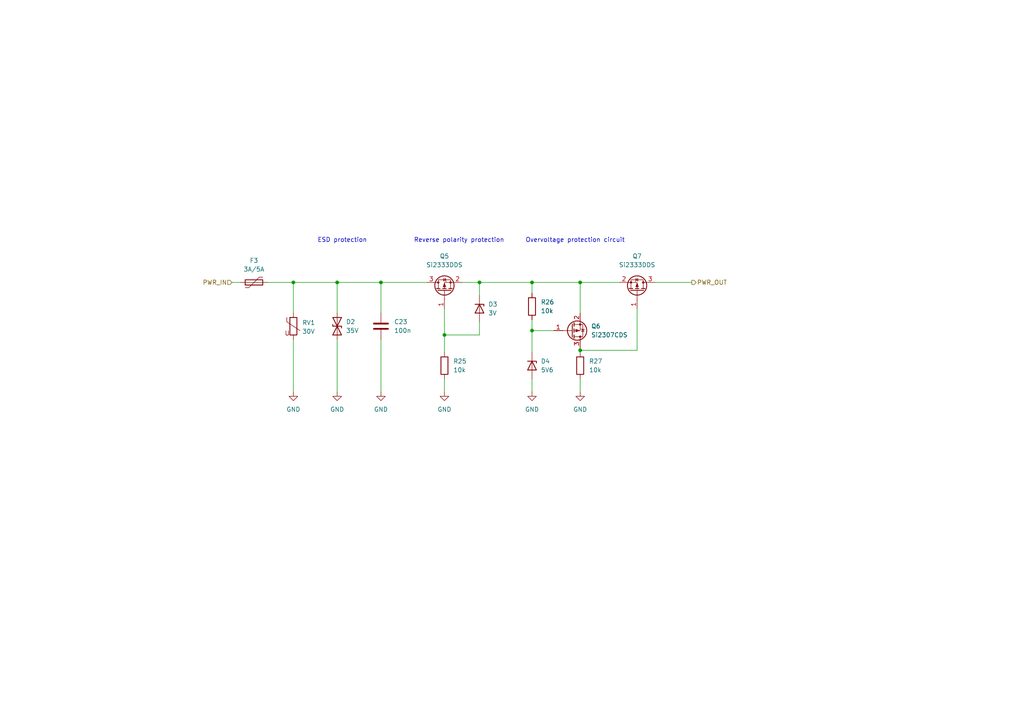
<source format=kicad_sch>
(kicad_sch (version 20230121) (generator eeschema)
  (paper "A4")
  (title_block (title "Laser controller board (Project Sheet)") (date "2023-03-25") (rev "R2.0") (company "Designed by Márk Mihalik"))
  (lib_symbols
    (symbol "Device:C" (pin_numbers hide) (pin_names (offset 0.254))
      (property "Reference" "C" (at 0.635 2.54 0))
      (property "Value" "C" (at 0.635 -2.54 0))
      (symbol "C_0_1"
        (polyline (pts (xy -2.032 -0.762) (xy 2.032 -0.762)) (stroke (width 0.508)))
        (polyline (pts (xy -2.032 0.762) (xy 2.032 0.762)) (stroke (width 0.508)))
      )
      (symbol "C_1_1"
        (pin passive line (at 0 3.81 270) (length 2.794) (name "~") (number "1"))
        (pin passive line (at 0 -3.81 90) (length 2.794) (name "~") (number "2"))
      )
    )
    (symbol "Device:D_TVS" (pin_numbers hide) (pin_names (offset 1.016) hide)
      (property "Reference" "D" (at 0 2.54 0))
      (property "Value" "D_TVS" (at 0 -2.54 0))
      (symbol "D_TVS_0_1"
        (polyline (pts (xy 1.27 0) (xy -1.27 0)))
        (polyline (pts (xy 0.508 1.27) (xy 0 1.27) (xy 0 -1.27) (xy -0.508 -1.27)) (stroke (width 0.254)))
        (polyline (pts (xy -2.54 1.27) (xy -2.54 -1.27) (xy 2.54 1.27) (xy 2.54 -1.27) (xy -2.54 1.27)) (stroke (width 0.254)))
      )
      (symbol "D_TVS_1_1"
        (pin passive line (at -3.81 0 0) (length 2.54) (name "A1") (number "1"))
        (pin passive line (at 3.81 0 180) (length 2.54) (name "A2") (number "2"))
      )
    )
    (symbol "Device:D_Zener" (pin_numbers hide) (pin_names (offset 1.016) hide)
      (property "Reference" "D" (at 0 2.54 0))
      (property "Value" "D_Zener" (at 0 -2.54 0))
      (symbol "D_Zener_0_1"
        (polyline (pts (xy 1.27 0) (xy -1.27 0)))
        (polyline (pts (xy -1.27 -1.27) (xy -1.27 1.27) (xy -0.762 1.27)) (stroke (width 0.254)))
        (polyline (pts (xy 1.27 -1.27) (xy 1.27 1.27) (xy -1.27 0) (xy 1.27 -1.27)) (stroke (width 0.254)))
      )
      (symbol "D_Zener_1_1"
        (pin passive line (at -3.81 0 0) (length 2.54) (name "K") (number "1"))
        (pin passive line (at 3.81 0 180) (length 2.54) (name "A") (number "2"))
      )
    )
    (symbol "Device:Polyfuse" (pin_numbers hide) (pin_names (offset 0))
      (property "Reference" "F" (at -2.54 0 90))
      (property "Value" "Polyfuse" (at 2.54 0 90))
      (symbol "Polyfuse_0_1"
        (rectangle (start -0.762 2.54) (end 0.762 -2.54) (stroke (width 0.254)))
        (polyline (pts (xy 0 2.54) (xy 0 -2.54)))
        (polyline (pts (xy -1.524 2.54) (xy -1.524 1.524) (xy 1.524 -1.524) (xy 1.524 -2.54)))
      )
      (symbol "Polyfuse_1_1"
        (pin passive line (at 0 3.81 270) (length 1.27) (name "~") (number "1"))
        (pin passive line (at 0 -3.81 90) (length 1.27) (name "~") (number "2"))
      )
    )
    (symbol "Device:Q_PMOS_GSD" (pin_names (offset 0) hide)
      (property "Reference" "Q" (at 5.08 1.27 0))
      (property "Value" "Q_PMOS_GSD" (at 5.08 -1.27 0))
      (symbol "Q_PMOS_GSD_0_1"
        (polyline (pts (xy 0.254 0) (xy -2.54 0)))
        (polyline (pts (xy 0.254 1.905) (xy 0.254 -1.905)) (stroke (width 0.254)))
        (polyline (pts (xy 0.762 -1.27) (xy 0.762 -2.286)) (stroke (width 0.254)))
        (polyline (pts (xy 0.762 0.508) (xy 0.762 -0.508)) (stroke (width 0.254)))
        (polyline (pts (xy 0.762 2.286) (xy 0.762 1.27)) (stroke (width 0.254)))
        (polyline (pts (xy 2.54 2.54) (xy 2.54 1.778)))
        (polyline (pts (xy 2.54 -2.54) (xy 2.54 0) (xy 0.762 0)))
        (polyline (pts (xy 0.762 1.778) (xy 3.302 1.778) (xy 3.302 -1.778) (xy 0.762 -1.778)))
        (polyline (pts (xy 2.286 0) (xy 1.27 0.381) (xy 1.27 -0.381) (xy 2.286 0)) (fill (type outline)))
        (polyline (pts (xy 2.794 -0.508) (xy 2.921 -0.381) (xy 3.683 -0.381) (xy 3.81 -0.254)))
        (polyline (pts (xy 3.302 -0.381) (xy 2.921 0.254) (xy 3.683 0.254) (xy 3.302 -0.381)))
        (circle (center 1.651 0) (radius 2.794) (stroke (width 0.254)))
        (circle (center 2.54 -1.778) (radius 0.254) (fill (type outline)))
        (circle (center 2.54 1.778) (radius 0.254) (fill (type outline)))
      )
      (symbol "Q_PMOS_GSD_1_1"
        (pin input line (at -5.08 0 0) (length 2.54) (name "G") (number "1"))
        (pin passive line (at 2.54 -5.08 90) (length 2.54) (name "S") (number "2"))
        (pin passive line (at 2.54 5.08 270) (length 2.54) (name "D") (number "3"))
      )
    )
    (symbol "Device:R" (pin_numbers hide) (pin_names (offset 0))
      (property "Reference" "R" (at 2.032 0 90))
      (property "Value" "R" (at 0 0 90))
      (symbol "R_0_1"
        (rectangle (start -1.016 -2.54) (end 1.016 2.54) (stroke (width 0.254)))
      )
      (symbol "R_1_1"
        (pin passive line (at 0 3.81 270) (length 1.27) (name "~") (number "1"))
        (pin passive line (at 0 -3.81 90) (length 1.27) (name "~") (number "2"))
      )
    )
    (symbol "Device:Varistor" (pin_numbers hide) (pin_names (offset 0))
      (property "Reference" "RV" (at 3.175 0 90))
      (property "Value" "Varistor" (at -3.175 0 90))
      (symbol "Varistor_0_0"
        (text "U" (at -1.778 -2.032 0) (effects (font (size 1.27 1.27))))
      )
      (symbol "Varistor_0_1"
        (rectangle (start -1.016 -2.54) (end 1.016 2.54) (stroke (width 0.254)))
        (polyline (pts (xy -1.905 2.54) (xy -1.905 1.27) (xy 1.905 -1.27)))
      )
      (symbol "Varistor_1_1"
        (pin passive line (at 0 3.81 270) (length 1.27) (name "~") (number "1"))
        (pin passive line (at 0 -3.81 90) (length 1.27) (name "~") (number "2"))
      )
    )
    (symbol "power:GND" (power) (pin_names (offset 0))
      (property "Value" "GND" (at 0 -3.81 0))
      (symbol "GND_0_1"
        (polyline (pts (xy 0 0) (xy 0 -1.27) (xy 1.27 -1.27) (xy 0 -2.54) (xy -1.27 -1.27) (xy 0 -1.27)))
      )
      (symbol "GND_1_1"
        (pin power_in line (at 0 0 270) (length 0) hide (name "GND") (number "1"))
      )
    )
  )
  (junction (at 154.305 95.885))
  (junction (at 97.79 81.915))
  (junction (at 168.275 81.915))
  (junction (at 168.275 101.6))
  (junction (at 85.09 81.915))
  (junction (at 154.305 81.915))
  (junction (at 128.905 97.155))
  (junction (at 139.065 81.915))
  (junction (at 110.49 81.915))
  (wire (pts (xy 184.785 89.535) (xy 184.785 101.6)))
  (wire (pts (xy 128.905 89.535) (xy 128.905 97.155)))
  (wire (pts (xy 139.065 81.915) (xy 139.065 85.725)))
  (wire (pts (xy 154.305 85.09) (xy 154.305 81.915)))
  (wire (pts (xy 110.49 81.915) (xy 123.825 81.915)))
  (wire (pts (xy 85.09 81.915) (xy 97.79 81.915)))
  (wire (pts (xy 77.47 81.915) (xy 85.09 81.915)))
  (wire (pts (xy 154.305 81.915) (xy 168.275 81.915)))
  (wire (pts (xy 168.275 81.915) (xy 168.275 90.805)))
  (wire (pts (xy 154.305 109.855) (xy 154.305 113.665)))
  (wire (pts (xy 139.065 97.155) (xy 139.065 93.345)))
  (wire (pts (xy 133.985 81.915) (xy 139.065 81.915)))
  (wire (pts (xy 154.305 81.915) (xy 139.065 81.915)))
  (wire (pts (xy 154.305 95.885) (xy 154.305 102.235)))
  (wire (pts (xy 128.905 97.155) (xy 128.905 102.235)))
  (wire (pts (xy 168.275 100.965) (xy 168.275 101.6)))
  (wire (pts (xy 110.49 81.915) (xy 110.49 90.805)))
  (wire (pts (xy 168.275 101.6) (xy 168.275 102.235)))
  (wire (pts (xy 154.305 95.885) (xy 160.655 95.885)))
  (wire (pts (xy 189.865 81.915) (xy 200.66 81.915)))
  (wire (pts (xy 110.49 98.425) (xy 110.49 113.665)))
  (wire (pts (xy 154.305 92.71) (xy 154.305 95.885)))
  (wire (pts (xy 184.785 101.6) (xy 168.275 101.6)))
  (wire (pts (xy 97.79 81.915) (xy 110.49 81.915)))
  (wire (pts (xy 97.79 81.915) (xy 97.79 90.805)))
  (wire (pts (xy 168.275 81.915) (xy 179.705 81.915)))
  (wire (pts (xy 85.09 98.425) (xy 85.09 113.665)))
  (wire (pts (xy 85.09 81.915) (xy 85.09 90.805)))
  (wire (pts (xy 97.79 98.425) (xy 97.79 113.665)))
  (wire (pts (xy 67.31 81.915) (xy 69.85 81.915)))
  (wire (pts (xy 128.905 97.155) (xy 139.065 97.155)))
  (wire (pts (xy 128.905 109.855) (xy 128.905 113.665)))
  (wire (pts (xy 168.275 109.855) (xy 168.275 113.665)))
  (text "Reverse polarity protection" (at 120.015 70.485 0) (effects (font (size 1.27 1.27)) (justify left bottom)))
  (text "ESD protection" (at 92.075 70.485 0) (effects (font (size 1.27 1.27)) (justify left bottom)))
  (text "Overvoltage protection circuit" (at 152.4 70.485 0) (effects (font (size 1.27 1.27)) (justify left bottom)))
  (hierarchical_label "PWR_IN" (shape input) (at 67.31 81.915 180))
  (hierarchical_label "PWR_OUT" (shape output) (at 200.66 81.915 0))
  (symbol (lib_id "power:GND") (at 85.09 113.665 0) (unit 1)
    (property "Reference" "#PWR068" (effects hide))
    (property "Value" "GND" (at 85.09 118.745 0))
    (instances (project "laser_module_kicad_prj" (path "" (reference "#PWR068") (unit 1)) (path "" (reference "#PWR074") (unit 1))))
  )
  (symbol (lib_id "Device:Q_PMOS_GSD") (at 128.905 84.455 90) (unit 1)
    (property "Reference" "Q5" (at 128.905 74.295 90))
    (property "Value" "Si2333DDS" (at 128.905 76.835 90))
    (property "Footprint" "Package_TO_SOT_SMD:SOT-23_Handsoldering" (effects hide))
    (property "Mouser" "78-SI2333DDS-T1-BE3" (effects hide))
    (instances (project "laser_module_kicad_prj" (path "" (reference "Q5") (unit 1)) (path "" (reference "Q8") (unit 1))))
  )
  (symbol (lib_id "Device:D_TVS") (at 97.79 94.615 90) (unit 1)
    (property "Reference" "D2" (at 100.33 93.3449 90) (effects (justify right)))
    (property "Value" "35V" (at 100.33 95.8849 90) (effects (justify right)))
    (property "Footprint" "Diode_SMD:D_SMB" (effects hide))
    (property "Lomex" "96-03-92" (effects hide))
    (property "MinBreakDown" "33.3V" (effects hide))
    (property "MaxBreakDown" "36.8V" (effects hide))
    (instances (project "laser_module_kicad_prj" (path "" (reference "D2") (unit 1)) (path "" (reference "D5") (unit 1))))
  )
  (symbol (lib_id "Device:Q_PMOS_GSD") (at 165.735 95.885 0) (mirror x) (unit 1)
    (property "Reference" "Q6" (at 171.45 94.6149 0) (effects (justify left)))
    (property "Value" "Si2307CDS" (at 171.45 97.1549 0) (effects (justify left)))
    (property "Footprint" "Package_TO_SOT_SMD:SOT-23_Handsoldering" (effects hide))
    (property "Lomex" "86-03-40" (effects hide))
    (instances (project "laser_module_kicad_prj" (path "" (reference "Q6") (unit 1)) (path "" (reference "Q9") (unit 1))))
  )
  (symbol (lib_id "power:GND") (at 110.49 113.665 0) (unit 1)
    (property "Reference" "#PWR070" (effects hide))
    (property "Value" "GND" (at 110.49 118.745 0))
    (instances (project "laser_module_kicad_prj" (path "" (reference "#PWR070") (unit 1)) (path "" (reference "#PWR076") (unit 1))))
  )
  (symbol (lib_id "Device:R") (at 168.275 106.045 0) (unit 1)
    (property "Reference" "R27" (at 170.815 104.7749 0) (effects (justify left)))
    (property "Value" "10k" (at 170.815 107.3149 0) (effects (justify left)))
    (property "Footprint" "Resistor_SMD:R_0805_2012Metric_Pad1.20x1.40mm_HandSolder" (effects hide))
    (property "Lomex" "80-54-49" (effects hide))
    (instances (project "laser_module_kicad_prj" (path "" (reference "R27") (unit 1)) (path "" (reference "R30") (unit 1))))
  )
  (symbol (lib_id "Device:D_Zener") (at 154.305 106.045 270) (unit 1)
    (property "Reference" "D4" (at 156.845 104.7749 90) (effects (justify left)))
    (property "Value" "5V6" (at 156.845 107.3149 90) (effects (justify left)))
    (property "Footprint" "Diode_SMD:D_MiniMELF_Handsoldering" (effects hide))
    (property "Lomex" "85-02-01" (effects hide))
    (instances (project "laser_module_kicad_prj" (path "" (reference "D4") (unit 1)) (path "" (reference "D7") (unit 1))))
  )
  (symbol (lib_id "power:GND") (at 97.79 113.665 0) (unit 1)
    (property "Reference" "#PWR069" (effects hide))
    (property "Value" "GND" (at 97.79 118.745 0))
    (instances (project "laser_module_kicad_prj" (path "" (reference "#PWR069") (unit 1)) (path "" (reference "#PWR075") (unit 1))))
  )
  (symbol (lib_id "Device:D_Zener") (at 139.065 89.535 270) (unit 1)
    (property "Reference" "D3" (at 141.605 88.2649 90) (effects (justify left)))
    (property "Value" "3V" (at 141.605 90.8049 90) (effects (justify left)))
    (property "Footprint" "Diode_SMD:D_MiniMELF_Handsoldering" (effects hide))
    (property "Lomex" "85-00-96" (effects hide))
    (instances (project "laser_module_kicad_prj" (path "" (reference "D3") (unit 1)) (path "" (reference "D6") (unit 1))))
  )
  (symbol (lib_id "Device:R") (at 128.905 106.045 0) (unit 1)
    (property "Reference" "R25" (at 131.445 104.7749 0) (effects (justify left)))
    (property "Value" "10k" (at 131.445 107.3149 0) (effects (justify left)))
    (property "Footprint" "Resistor_SMD:R_0805_2012Metric_Pad1.20x1.40mm_HandSolder" (effects hide))
    (property "Lomex" "80-54-49" (effects hide))
    (instances (project "laser_module_kicad_prj" (path "" (reference "R25") (unit 1)) (path "" (reference "R28") (unit 1))))
  )
  (symbol (lib_id "Device:C") (at 110.49 94.615 0) (mirror y) (unit 1)
    (property "Reference" "C23" (at 114.3 93.3449 0) (effects (justify right)))
    (property "Value" "100n" (at 114.3 95.885 0) (effects (justify right)))
    (property "Footprint" "Capacitor_SMD:C_0805_2012Metric_Pad1.18x1.45mm_HandSolder" (effects hide))
    (property "Type" "Ceramic" (effects hide))
    (property "Lomex" "82-13-46" (effects hide))
    (instances (project "laser_module_kicad_prj" (path "" (reference "C23") (unit 1)) (path "" (reference "C24") (unit 1))))
  )
  (symbol (lib_id "Device:R") (at 154.305 88.9 0) (unit 1)
    (property "Reference" "R26" (at 156.845 87.6299 0) (effects (justify left)))
    (property "Value" "10k" (at 156.845 90.1699 0) (effects (justify left)))
    (property "Footprint" "Resistor_SMD:R_0805_2012Metric_Pad1.20x1.40mm_HandSolder" (effects hide))
    (property "Lomex" "80-54-49" (effects hide))
    (instances (project "laser_module_kicad_prj" (path "" (reference "R26") (unit 1)) (path "" (reference "R29") (unit 1))))
  )
  (symbol (lib_id "power:GND") (at 128.905 113.665 0) (unit 1)
    (property "Reference" "#PWR071" (effects hide))
    (property "Value" "GND" (at 128.905 118.745 0))
    (instances (project "laser_module_kicad_prj" (path "" (reference "#PWR071") (unit 1)) (path "" (reference "#PWR077") (unit 1))))
  )
  (symbol (lib_id "Device:Varistor") (at 85.09 94.615 0) (unit 1)
    (property "Reference" "RV1" (at 87.63 93.5981 0) (effects (justify left)))
    (property "Value" "30V" (at 87.63 96.1381 0) (effects (justify left)))
    (property "Footprint" "Resistor_SMD:R_1206_3216Metric_Pad1.30x1.75mm_HandSolder" (effects hide))
    (property "Lomex" "60-01-53" (effects hide))
    (instances (project "laser_module_kicad_prj" (path "" (reference "RV1") (unit 1)) (path "" (reference "RV2") (unit 1))))
  )
  (symbol (lib_id "Device:Q_PMOS_GSD") (at 184.785 84.455 270) (mirror x) (unit 1)
    (property "Reference" "Q7" (at 184.785 74.295 90))
    (property "Value" "Si2333DDS" (at 184.785 76.835 90))
    (property "Footprint" "Package_TO_SOT_SMD:SOT-23_Handsoldering" (effects hide))
    (property "Mouser" "78-SI2333DDS-T1-BE3" (effects hide))
    (instances (project "laser_module_kicad_prj" (path "" (reference "Q7") (unit 1)) (path "" (reference "Q10") (unit 1))))
  )
  (symbol (lib_id "power:GND") (at 154.305 113.665 0) (unit 1)
    (property "Reference" "#PWR072" (effects hide))
    (property "Value" "GND" (at 154.305 118.745 0))
    (instances (project "laser_module_kicad_prj" (path "" (reference "#PWR072") (unit 1)) (path "" (reference "#PWR078") (unit 1))))
  )
  (symbol (lib_id "power:GND") (at 168.275 113.665 0) (unit 1)
    (property "Reference" "#PWR073" (effects hide))
    (property "Value" "GND" (at 168.275 118.745 0))
    (instances (project "laser_module_kicad_prj" (path "" (reference "#PWR073") (unit 1)) (path "" (reference "#PWR079") (unit 1))))
  )
  (symbol (lib_id "Device:Polyfuse") (at 73.66 81.915 90) (unit 1)
    (property "Reference" "F3" (at 73.66 75.565 90))
    (property "Value" "3A/5A" (at 73.66 78.105 90))
    (property "Footprint" "Fuse:Fuse_2920_7451Metric_Pad2.10x5.45mm_HandSolder" (effects hide))
    (property "Mouser" "652-MF-LSMF500/16X-2" (effects hide))
    (instances (project "laser_module_kicad_prj" (path "" (reference "F3") (unit 1)) (path "" (reference "F4") (unit 1))))
  )
)
</source>
